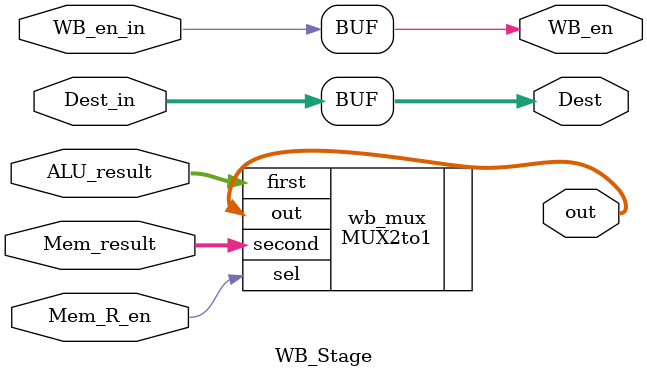
<source format=v>
module WB_Stage (
  input [31:0] ALU_result, Mem_result,
  input Mem_R_en, WB_en_in,
  input [3:0] Dest_in,
  output [31:0] out,
  output WB_en,
  output [3:0] Dest
  );
	MUX2to1 #(.WIDTH(32)) wb_mux (.first(ALU_result), .second(Mem_result), .sel(Mem_R_en), .out(out));
	assign WB_en = WB_en_in;
	assign Dest = Dest_in;
endmodule

</source>
